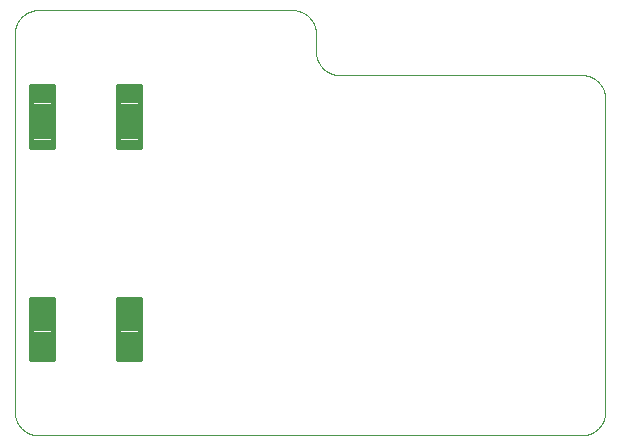
<source format=gbp>
G75*
%MOIN*%
%OFA0B0*%
%FSLAX25Y25*%
%IPPOS*%
%LPD*%
%AMOC8*
5,1,8,0,0,1.08239X$1,22.5*
%
%ADD10C,0.00000*%
%ADD11C,0.01811*%
D10*
X0010226Y0002294D02*
X0191329Y0002294D01*
X0191329Y0002295D02*
X0191519Y0002297D01*
X0191709Y0002304D01*
X0191899Y0002316D01*
X0192089Y0002332D01*
X0192278Y0002352D01*
X0192467Y0002378D01*
X0192655Y0002407D01*
X0192842Y0002442D01*
X0193028Y0002481D01*
X0193213Y0002524D01*
X0193398Y0002572D01*
X0193581Y0002624D01*
X0193762Y0002680D01*
X0193942Y0002741D01*
X0194121Y0002807D01*
X0194298Y0002876D01*
X0194474Y0002950D01*
X0194647Y0003028D01*
X0194819Y0003111D01*
X0194988Y0003197D01*
X0195156Y0003287D01*
X0195321Y0003382D01*
X0195484Y0003480D01*
X0195644Y0003583D01*
X0195802Y0003689D01*
X0195957Y0003799D01*
X0196110Y0003912D01*
X0196260Y0004030D01*
X0196406Y0004151D01*
X0196550Y0004275D01*
X0196691Y0004403D01*
X0196829Y0004534D01*
X0196964Y0004669D01*
X0197095Y0004807D01*
X0197223Y0004948D01*
X0197347Y0005092D01*
X0197468Y0005238D01*
X0197586Y0005388D01*
X0197699Y0005541D01*
X0197809Y0005696D01*
X0197915Y0005854D01*
X0198018Y0006014D01*
X0198116Y0006177D01*
X0198211Y0006342D01*
X0198301Y0006510D01*
X0198387Y0006679D01*
X0198470Y0006851D01*
X0198548Y0007024D01*
X0198622Y0007200D01*
X0198691Y0007377D01*
X0198757Y0007556D01*
X0198818Y0007736D01*
X0198874Y0007917D01*
X0198926Y0008100D01*
X0198974Y0008285D01*
X0199017Y0008470D01*
X0199056Y0008656D01*
X0199091Y0008843D01*
X0199120Y0009031D01*
X0199146Y0009220D01*
X0199166Y0009409D01*
X0199182Y0009599D01*
X0199194Y0009789D01*
X0199201Y0009979D01*
X0199203Y0010169D01*
X0199203Y0114499D01*
X0199201Y0114689D01*
X0199194Y0114879D01*
X0199182Y0115069D01*
X0199166Y0115259D01*
X0199146Y0115448D01*
X0199120Y0115637D01*
X0199091Y0115825D01*
X0199056Y0116012D01*
X0199017Y0116198D01*
X0198974Y0116383D01*
X0198926Y0116568D01*
X0198874Y0116751D01*
X0198818Y0116932D01*
X0198757Y0117112D01*
X0198691Y0117291D01*
X0198622Y0117468D01*
X0198548Y0117644D01*
X0198470Y0117817D01*
X0198387Y0117989D01*
X0198301Y0118158D01*
X0198211Y0118326D01*
X0198116Y0118491D01*
X0198018Y0118654D01*
X0197915Y0118814D01*
X0197809Y0118972D01*
X0197699Y0119127D01*
X0197586Y0119280D01*
X0197468Y0119430D01*
X0197347Y0119576D01*
X0197223Y0119720D01*
X0197095Y0119861D01*
X0196964Y0119999D01*
X0196829Y0120134D01*
X0196691Y0120265D01*
X0196550Y0120393D01*
X0196406Y0120517D01*
X0196260Y0120638D01*
X0196110Y0120756D01*
X0195957Y0120869D01*
X0195802Y0120979D01*
X0195644Y0121085D01*
X0195484Y0121188D01*
X0195321Y0121286D01*
X0195156Y0121381D01*
X0194988Y0121471D01*
X0194819Y0121557D01*
X0194647Y0121640D01*
X0194474Y0121718D01*
X0194298Y0121792D01*
X0194121Y0121861D01*
X0193942Y0121927D01*
X0193762Y0121988D01*
X0193581Y0122044D01*
X0193398Y0122096D01*
X0193213Y0122144D01*
X0193028Y0122187D01*
X0192842Y0122226D01*
X0192655Y0122261D01*
X0192467Y0122290D01*
X0192278Y0122316D01*
X0192089Y0122336D01*
X0191899Y0122352D01*
X0191709Y0122364D01*
X0191519Y0122371D01*
X0191329Y0122373D01*
X0110620Y0122373D01*
X0110430Y0122375D01*
X0110240Y0122382D01*
X0110050Y0122394D01*
X0109860Y0122410D01*
X0109671Y0122430D01*
X0109482Y0122456D01*
X0109294Y0122485D01*
X0109107Y0122520D01*
X0108921Y0122559D01*
X0108736Y0122602D01*
X0108551Y0122650D01*
X0108368Y0122702D01*
X0108187Y0122758D01*
X0108007Y0122819D01*
X0107828Y0122885D01*
X0107651Y0122954D01*
X0107475Y0123028D01*
X0107302Y0123106D01*
X0107130Y0123189D01*
X0106961Y0123275D01*
X0106793Y0123365D01*
X0106628Y0123460D01*
X0106465Y0123558D01*
X0106305Y0123661D01*
X0106147Y0123767D01*
X0105992Y0123877D01*
X0105839Y0123990D01*
X0105689Y0124108D01*
X0105543Y0124229D01*
X0105399Y0124353D01*
X0105258Y0124481D01*
X0105120Y0124612D01*
X0104985Y0124747D01*
X0104854Y0124885D01*
X0104726Y0125026D01*
X0104602Y0125170D01*
X0104481Y0125316D01*
X0104363Y0125466D01*
X0104250Y0125619D01*
X0104140Y0125774D01*
X0104034Y0125932D01*
X0103931Y0126092D01*
X0103833Y0126255D01*
X0103738Y0126420D01*
X0103648Y0126588D01*
X0103562Y0126757D01*
X0103479Y0126929D01*
X0103401Y0127102D01*
X0103327Y0127278D01*
X0103258Y0127455D01*
X0103192Y0127634D01*
X0103131Y0127814D01*
X0103075Y0127995D01*
X0103023Y0128178D01*
X0102975Y0128363D01*
X0102932Y0128548D01*
X0102893Y0128734D01*
X0102858Y0128921D01*
X0102829Y0129109D01*
X0102803Y0129298D01*
X0102783Y0129487D01*
X0102767Y0129677D01*
X0102755Y0129867D01*
X0102748Y0130057D01*
X0102746Y0130247D01*
X0102746Y0136153D01*
X0102744Y0136343D01*
X0102737Y0136533D01*
X0102725Y0136723D01*
X0102709Y0136913D01*
X0102689Y0137102D01*
X0102663Y0137291D01*
X0102634Y0137479D01*
X0102599Y0137666D01*
X0102560Y0137852D01*
X0102517Y0138037D01*
X0102469Y0138222D01*
X0102417Y0138405D01*
X0102361Y0138586D01*
X0102300Y0138766D01*
X0102234Y0138945D01*
X0102165Y0139122D01*
X0102091Y0139298D01*
X0102013Y0139471D01*
X0101930Y0139643D01*
X0101844Y0139812D01*
X0101754Y0139980D01*
X0101659Y0140145D01*
X0101561Y0140308D01*
X0101458Y0140468D01*
X0101352Y0140626D01*
X0101242Y0140781D01*
X0101129Y0140934D01*
X0101011Y0141084D01*
X0100890Y0141230D01*
X0100766Y0141374D01*
X0100638Y0141515D01*
X0100507Y0141653D01*
X0100372Y0141788D01*
X0100234Y0141919D01*
X0100093Y0142047D01*
X0099949Y0142171D01*
X0099803Y0142292D01*
X0099653Y0142410D01*
X0099500Y0142523D01*
X0099345Y0142633D01*
X0099187Y0142739D01*
X0099027Y0142842D01*
X0098864Y0142940D01*
X0098699Y0143035D01*
X0098531Y0143125D01*
X0098362Y0143211D01*
X0098190Y0143294D01*
X0098017Y0143372D01*
X0097841Y0143446D01*
X0097664Y0143515D01*
X0097485Y0143581D01*
X0097305Y0143642D01*
X0097124Y0143698D01*
X0096941Y0143750D01*
X0096756Y0143798D01*
X0096571Y0143841D01*
X0096385Y0143880D01*
X0096198Y0143915D01*
X0096010Y0143944D01*
X0095821Y0143970D01*
X0095632Y0143990D01*
X0095442Y0144006D01*
X0095252Y0144018D01*
X0095062Y0144025D01*
X0094872Y0144027D01*
X0010226Y0144027D01*
X0010036Y0144025D01*
X0009846Y0144018D01*
X0009656Y0144006D01*
X0009466Y0143990D01*
X0009277Y0143970D01*
X0009088Y0143944D01*
X0008900Y0143915D01*
X0008713Y0143880D01*
X0008527Y0143841D01*
X0008342Y0143798D01*
X0008157Y0143750D01*
X0007974Y0143698D01*
X0007793Y0143642D01*
X0007613Y0143581D01*
X0007434Y0143515D01*
X0007257Y0143446D01*
X0007081Y0143372D01*
X0006908Y0143294D01*
X0006736Y0143211D01*
X0006567Y0143125D01*
X0006399Y0143035D01*
X0006234Y0142940D01*
X0006071Y0142842D01*
X0005911Y0142739D01*
X0005753Y0142633D01*
X0005598Y0142523D01*
X0005445Y0142410D01*
X0005295Y0142292D01*
X0005149Y0142171D01*
X0005005Y0142047D01*
X0004864Y0141919D01*
X0004726Y0141788D01*
X0004591Y0141653D01*
X0004460Y0141515D01*
X0004332Y0141374D01*
X0004208Y0141230D01*
X0004087Y0141084D01*
X0003969Y0140934D01*
X0003856Y0140781D01*
X0003746Y0140626D01*
X0003640Y0140468D01*
X0003537Y0140308D01*
X0003439Y0140145D01*
X0003344Y0139980D01*
X0003254Y0139812D01*
X0003168Y0139643D01*
X0003085Y0139471D01*
X0003007Y0139298D01*
X0002933Y0139122D01*
X0002864Y0138945D01*
X0002798Y0138766D01*
X0002737Y0138586D01*
X0002681Y0138405D01*
X0002629Y0138222D01*
X0002581Y0138037D01*
X0002538Y0137852D01*
X0002499Y0137666D01*
X0002464Y0137479D01*
X0002435Y0137291D01*
X0002409Y0137102D01*
X0002389Y0136913D01*
X0002373Y0136723D01*
X0002361Y0136533D01*
X0002354Y0136343D01*
X0002352Y0136153D01*
X0002352Y0010169D01*
X0002354Y0009979D01*
X0002361Y0009789D01*
X0002373Y0009599D01*
X0002389Y0009409D01*
X0002409Y0009220D01*
X0002435Y0009031D01*
X0002464Y0008843D01*
X0002499Y0008656D01*
X0002538Y0008470D01*
X0002581Y0008285D01*
X0002629Y0008100D01*
X0002681Y0007917D01*
X0002737Y0007736D01*
X0002798Y0007556D01*
X0002864Y0007377D01*
X0002933Y0007200D01*
X0003007Y0007024D01*
X0003085Y0006851D01*
X0003168Y0006679D01*
X0003254Y0006510D01*
X0003344Y0006342D01*
X0003439Y0006177D01*
X0003537Y0006014D01*
X0003640Y0005854D01*
X0003746Y0005696D01*
X0003856Y0005541D01*
X0003969Y0005388D01*
X0004087Y0005238D01*
X0004208Y0005092D01*
X0004332Y0004948D01*
X0004460Y0004807D01*
X0004591Y0004669D01*
X0004726Y0004534D01*
X0004864Y0004403D01*
X0005005Y0004275D01*
X0005149Y0004151D01*
X0005295Y0004030D01*
X0005445Y0003912D01*
X0005598Y0003799D01*
X0005753Y0003689D01*
X0005911Y0003583D01*
X0006071Y0003480D01*
X0006234Y0003382D01*
X0006399Y0003287D01*
X0006567Y0003197D01*
X0006736Y0003111D01*
X0006908Y0003028D01*
X0007081Y0002950D01*
X0007257Y0002876D01*
X0007434Y0002807D01*
X0007613Y0002741D01*
X0007793Y0002680D01*
X0007974Y0002624D01*
X0008157Y0002572D01*
X0008342Y0002524D01*
X0008527Y0002481D01*
X0008713Y0002442D01*
X0008900Y0002407D01*
X0009088Y0002378D01*
X0009277Y0002352D01*
X0009466Y0002332D01*
X0009656Y0002316D01*
X0009846Y0002304D01*
X0010036Y0002297D01*
X0010226Y0002295D01*
D11*
X0007785Y0027610D02*
X0015029Y0027610D01*
X0007785Y0027610D02*
X0007785Y0047846D01*
X0015029Y0047846D01*
X0015029Y0027610D01*
X0015029Y0029330D02*
X0007785Y0029330D01*
X0007785Y0031050D02*
X0015029Y0031050D01*
X0015029Y0032770D02*
X0007785Y0032770D01*
X0007785Y0034490D02*
X0015029Y0034490D01*
X0015029Y0036210D02*
X0007785Y0036210D01*
X0007785Y0037930D02*
X0015029Y0037930D01*
X0015029Y0039650D02*
X0007785Y0039650D01*
X0007785Y0041370D02*
X0015029Y0041370D01*
X0015029Y0043090D02*
X0007785Y0043090D01*
X0007785Y0044810D02*
X0015029Y0044810D01*
X0015029Y0046530D02*
X0007785Y0046530D01*
X0036919Y0027610D02*
X0044163Y0027610D01*
X0036919Y0027610D02*
X0036919Y0047846D01*
X0044163Y0047846D01*
X0044163Y0027610D01*
X0044163Y0029330D02*
X0036919Y0029330D01*
X0036919Y0031050D02*
X0044163Y0031050D01*
X0044163Y0032770D02*
X0036919Y0032770D01*
X0036919Y0034490D02*
X0044163Y0034490D01*
X0044163Y0036210D02*
X0036919Y0036210D01*
X0036919Y0037930D02*
X0044163Y0037930D01*
X0044163Y0039650D02*
X0036919Y0039650D01*
X0036919Y0041370D02*
X0044163Y0041370D01*
X0044163Y0043090D02*
X0036919Y0043090D01*
X0036919Y0044810D02*
X0044163Y0044810D01*
X0044163Y0046530D02*
X0036919Y0046530D01*
X0036919Y0098476D02*
X0044163Y0098476D01*
X0036919Y0098476D02*
X0036919Y0118712D01*
X0044163Y0118712D01*
X0044163Y0098476D01*
X0044163Y0100196D02*
X0036919Y0100196D01*
X0036919Y0101916D02*
X0044163Y0101916D01*
X0044163Y0103636D02*
X0036919Y0103636D01*
X0036919Y0105356D02*
X0044163Y0105356D01*
X0044163Y0107076D02*
X0036919Y0107076D01*
X0036919Y0108796D02*
X0044163Y0108796D01*
X0044163Y0110516D02*
X0036919Y0110516D01*
X0036919Y0112236D02*
X0044163Y0112236D01*
X0044163Y0113956D02*
X0036919Y0113956D01*
X0036919Y0115676D02*
X0044163Y0115676D01*
X0044163Y0117396D02*
X0036919Y0117396D01*
X0015029Y0098476D02*
X0007785Y0098476D01*
X0007785Y0118712D01*
X0015029Y0118712D01*
X0015029Y0098476D01*
X0015029Y0100196D02*
X0007785Y0100196D01*
X0007785Y0101916D02*
X0015029Y0101916D01*
X0015029Y0103636D02*
X0007785Y0103636D01*
X0007785Y0105356D02*
X0015029Y0105356D01*
X0015029Y0107076D02*
X0007785Y0107076D01*
X0007785Y0108796D02*
X0015029Y0108796D01*
X0015029Y0110516D02*
X0007785Y0110516D01*
X0007785Y0112236D02*
X0015029Y0112236D01*
X0015029Y0113956D02*
X0007785Y0113956D01*
X0007785Y0115676D02*
X0015029Y0115676D01*
X0015029Y0117396D02*
X0007785Y0117396D01*
M02*

</source>
